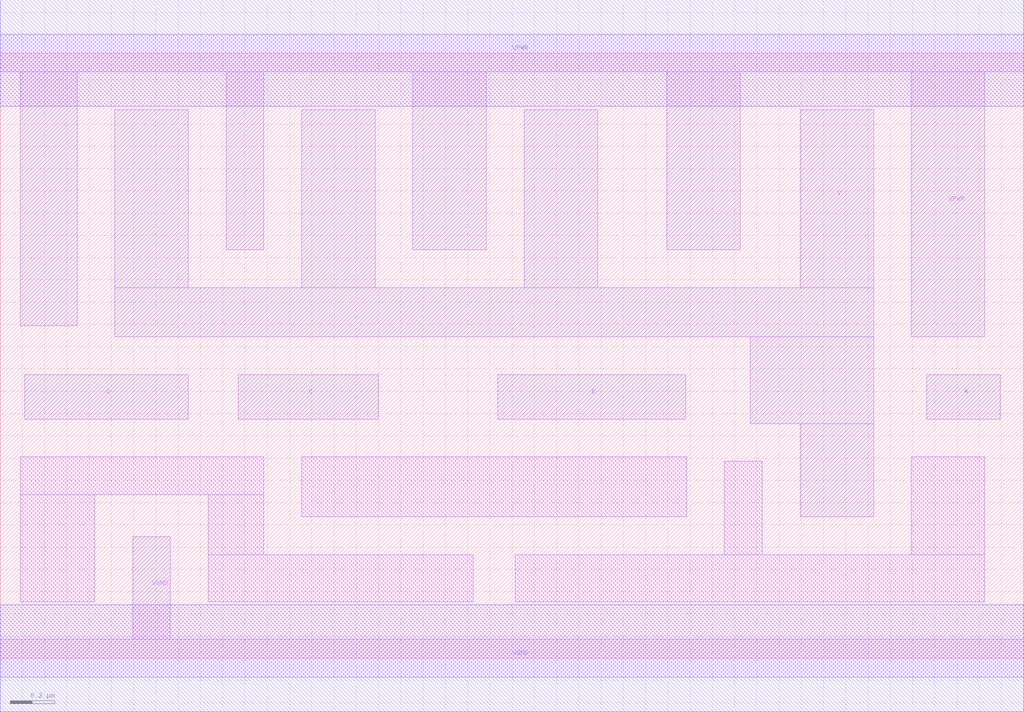
<source format=lef>
# Copyright 2020 The SkyWater PDK Authors
#
# Licensed under the Apache License, Version 2.0 (the "License");
# you may not use this file except in compliance with the License.
# You may obtain a copy of the License at
#
#     https://www.apache.org/licenses/LICENSE-2.0
#
# Unless required by applicable law or agreed to in writing, software
# distributed under the License is distributed on an "AS IS" BASIS,
# WITHOUT WARRANTIES OR CONDITIONS OF ANY KIND, either express or implied.
# See the License for the specific language governing permissions and
# limitations under the License.
#
# SPDX-License-Identifier: Apache-2.0

VERSION 5.5 ;
NAMESCASESENSITIVE ON ;
BUSBITCHARS "[]" ;
DIVIDERCHAR "/" ;
MACRO sky130_fd_sc_hd__nand4_2
  CLASS CORE ;
  SOURCE USER ;
  ORIGIN  0.000000  0.000000 ;
  SIZE  4.600000 BY  2.720000 ;
  SYMMETRY X Y R90 ;
  SITE unithd ;
  PIN A
    ANTENNAGATEAREA  0.495000 ;
    DIRECTION INPUT ;
    USE SIGNAL ;
    PORT
      LAYER li1 ;
        RECT 4.165000 1.075000 4.495000 1.275000 ;
    END
  END A
  PIN B
    ANTENNAGATEAREA  0.495000 ;
    DIRECTION INPUT ;
    USE SIGNAL ;
    PORT
      LAYER li1 ;
        RECT 2.235000 1.075000 3.080000 1.275000 ;
    END
  END B
  PIN C
    ANTENNAGATEAREA  0.495000 ;
    DIRECTION INPUT ;
    USE SIGNAL ;
    PORT
      LAYER li1 ;
        RECT 1.070000 1.075000 1.700000 1.275000 ;
    END
  END C
  PIN D
    ANTENNAGATEAREA  0.495000 ;
    DIRECTION INPUT ;
    USE SIGNAL ;
    PORT
      LAYER li1 ;
        RECT 0.110000 1.075000 0.845000 1.275000 ;
    END
  END D
  PIN Y
    ANTENNADIFFAREA  1.255500 ;
    DIRECTION OUTPUT ;
    USE SIGNAL ;
    PORT
      LAYER li1 ;
        RECT 0.515000 1.445000 3.925000 1.665000 ;
        RECT 0.515000 1.665000 0.845000 2.465000 ;
        RECT 1.355000 1.665000 1.685000 2.465000 ;
        RECT 2.355000 1.665000 2.685000 2.465000 ;
        RECT 3.370000 1.055000 3.925000 1.445000 ;
        RECT 3.595000 0.635000 3.925000 1.055000 ;
        RECT 3.595000 1.665000 3.925000 2.465000 ;
    END
  END Y
  PIN VGND
    DIRECTION INOUT ;
    SHAPE ABUTMENT ;
    USE GROUND ;
    PORT
      LAYER li1 ;
        RECT 0.000000 -0.085000 4.600000 0.085000 ;
        RECT 0.595000  0.085000 0.765000 0.545000 ;
    END
    PORT
      LAYER met1 ;
        RECT 0.000000 -0.240000 4.600000 0.240000 ;
    END
  END VGND
  PIN VNB
    DIRECTION INOUT ;
    USE GROUND ;
    PORT
    END
  END VNB
  PIN VPB
    DIRECTION INOUT ;
    USE POWER ;
    PORT
    END
  END VPB
  PIN VPWR
    DIRECTION INOUT ;
    SHAPE ABUTMENT ;
    USE POWER ;
    PORT
      LAYER li1 ;
        RECT 0.000000 2.635000 4.600000 2.805000 ;
        RECT 0.090000 1.495000 0.345000 2.635000 ;
        RECT 1.015000 1.835000 1.185000 2.635000 ;
        RECT 1.855000 1.835000 2.185000 2.635000 ;
        RECT 2.995000 1.835000 3.325000 2.635000 ;
        RECT 4.095000 1.445000 4.425000 2.635000 ;
    END
    PORT
      LAYER met1 ;
        RECT 0.000000 2.480000 4.600000 2.960000 ;
    END
  END VPWR
  OBS
    LAYER li1 ;
      RECT 0.090000 0.255000 0.425000 0.735000 ;
      RECT 0.090000 0.735000 1.185000 0.905000 ;
      RECT 0.935000 0.255000 2.125000 0.465000 ;
      RECT 0.935000 0.465000 1.185000 0.735000 ;
      RECT 1.355000 0.635000 3.085000 0.905000 ;
      RECT 2.315000 0.255000 4.425000 0.465000 ;
      RECT 3.255000 0.465000 3.425000 0.885000 ;
      RECT 4.095000 0.465000 4.425000 0.905000 ;
  END
END sky130_fd_sc_hd__nand4_2
END LIBRARY

</source>
